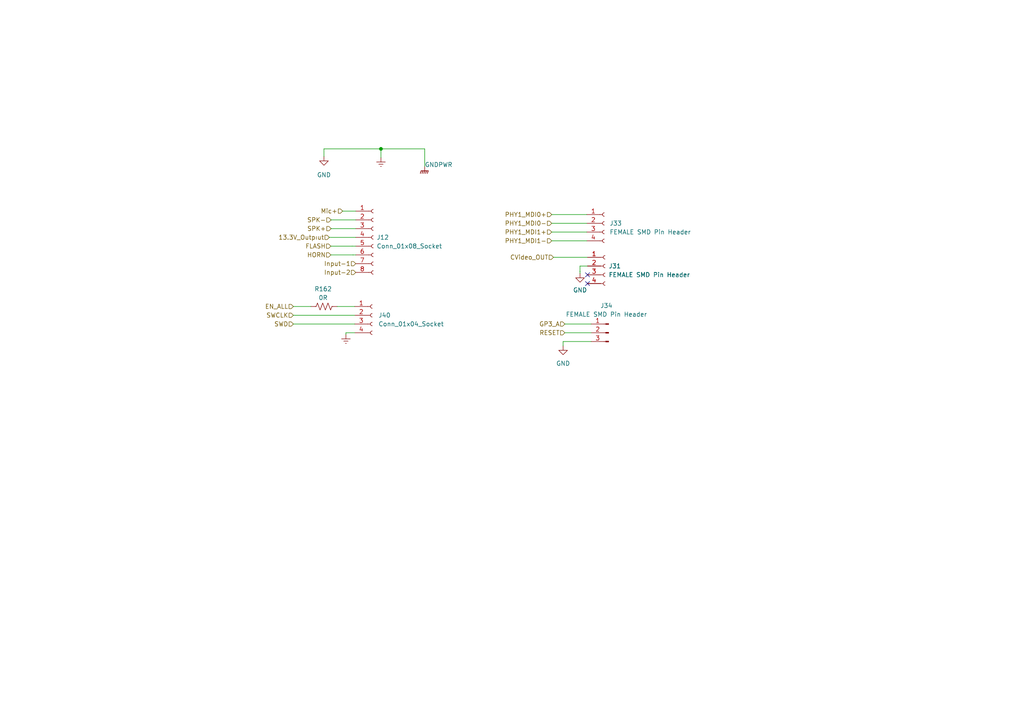
<source format=kicad_sch>
(kicad_sch (version 20230819) (generator eeschema)
  (paper "A4")
  (lib_symbols
    (symbol "Connector:Conn_01x03_Pin" (pin_names (offset 1.016) hide)
      (property "Reference" "J" (at 0 5.08 0))
      (property "Value" "Conn_01x03_Pin" (at 0 -5.08 0))
      (symbol "Conn_01x03_Pin_1_1"
        (polyline (pts (xy 1.27 -2.54) (xy 0.8636 -2.54)) (stroke (width 0.1524)))
        (polyline (pts (xy 1.27 0) (xy 0.8636 0)) (stroke (width 0.1524)))
        (polyline (pts (xy 1.27 2.54) (xy 0.8636 2.54)) (stroke (width 0.1524)))
        (rectangle (start 0.8636 -2.413) (end 0 -2.667) (stroke (width 0.1524)) (fill (type outline)))
        (rectangle (start 0.8636 0.127) (end 0 -0.127) (stroke (width 0.1524)) (fill (type outline)))
        (rectangle (start 0.8636 2.667) (end 0 2.413) (stroke (width 0.1524)) (fill (type outline)))
        (pin passive line (at 5.08 2.54 180) (length 3.81) (name "Pin_1") (number "1"))
        (pin passive line (at 5.08 0 180) (length 3.81) (name "Pin_2") (number "2"))
        (pin passive line (at 5.08 -2.54 180) (length 3.81) (name "Pin_3") (number "3"))
      )
    )
    (symbol "Connector:Conn_01x04_Socket" (pin_names (offset 1.016) hide)
      (property "Reference" "J" (at 0 5.08 0))
      (property "Value" "Conn_01x04_Socket" (at 0 -7.62 0))
      (symbol "Conn_01x04_Socket_1_1"
        (arc (start 0 -4.572) (mid -0.5058 -5.08) (end 0 -5.588) (stroke (width 0.1524)))
        (arc (start 0 -2.032) (mid -0.5058 -2.54) (end 0 -3.048) (stroke (width 0.1524)))
        (polyline (pts (xy -1.27 -5.08) (xy -0.508 -5.08)) (stroke (width 0.1524)))
        (polyline (pts (xy -1.27 -2.54) (xy -0.508 -2.54)) (stroke (width 0.1524)))
        (polyline (pts (xy -1.27 0) (xy -0.508 0)) (stroke (width 0.1524)))
        (polyline (pts (xy -1.27 2.54) (xy -0.508 2.54)) (stroke (width 0.1524)))
        (arc (start 0 0.508) (mid -0.5058 0) (end 0 -0.508) (stroke (width 0.1524)))
        (arc (start 0 3.048) (mid -0.5058 2.54) (end 0 2.032) (stroke (width 0.1524)))
        (pin passive line (at -5.08 2.54 0) (length 3.81) (name "Pin_1") (number "1"))
        (pin passive line (at -5.08 0 0) (length 3.81) (name "Pin_2") (number "2"))
        (pin passive line (at -5.08 -2.54 0) (length 3.81) (name "Pin_3") (number "3"))
        (pin passive line (at -5.08 -5.08 0) (length 3.81) (name "Pin_4") (number "4"))
      )
    )
    (symbol "Connector:Conn_01x08_Socket" (pin_names (offset 1.016) hide)
      (property "Reference" "J" (at 0 10.16 0))
      (property "Value" "Conn_01x08_Socket" (at 0 -12.7 0))
      (symbol "Conn_01x08_Socket_1_1"
        (arc (start 0 -9.652) (mid -0.5058 -10.16) (end 0 -10.668) (stroke (width 0.1524)))
        (arc (start 0 -7.112) (mid -0.5058 -7.62) (end 0 -8.128) (stroke (width 0.1524)))
        (arc (start 0 -4.572) (mid -0.5058 -5.08) (end 0 -5.588) (stroke (width 0.1524)))
        (arc (start 0 -2.032) (mid -0.5058 -2.54) (end 0 -3.048) (stroke (width 0.1524)))
        (polyline (pts (xy -1.27 -10.16) (xy -0.508 -10.16)) (stroke (width 0.1524)))
        (polyline (pts (xy -1.27 -7.62) (xy -0.508 -7.62)) (stroke (width 0.1524)))
        (polyline (pts (xy -1.27 -5.08) (xy -0.508 -5.08)) (stroke (width 0.1524)))
        (polyline (pts (xy -1.27 -2.54) (xy -0.508 -2.54)) (stroke (width 0.1524)))
        (polyline (pts (xy -1.27 0) (xy -0.508 0)) (stroke (width 0.1524)))
        (polyline (pts (xy -1.27 2.54) (xy -0.508 2.54)) (stroke (width 0.1524)))
        (polyline (pts (xy -1.27 5.08) (xy -0.508 5.08)) (stroke (width 0.1524)))
        (polyline (pts (xy -1.27 7.62) (xy -0.508 7.62)) (stroke (width 0.1524)))
        (arc (start 0 0.508) (mid -0.5058 0) (end 0 -0.508) (stroke (width 0.1524)))
        (arc (start 0 3.048) (mid -0.5058 2.54) (end 0 2.032) (stroke (width 0.1524)))
        (arc (start 0 5.588) (mid -0.5058 5.08) (end 0 4.572) (stroke (width 0.1524)))
        (arc (start 0 8.128) (mid -0.5058 7.62) (end 0 7.112) (stroke (width 0.1524)))
        (pin passive line (at -5.08 7.62 0) (length 3.81) (name "Pin_1") (number "1"))
        (pin passive line (at -5.08 5.08 0) (length 3.81) (name "Pin_2") (number "2"))
        (pin passive line (at -5.08 2.54 0) (length 3.81) (name "Pin_3") (number "3"))
        (pin passive line (at -5.08 0 0) (length 3.81) (name "Pin_4") (number "4"))
        (pin passive line (at -5.08 -2.54 0) (length 3.81) (name "Pin_5") (number "5"))
        (pin passive line (at -5.08 -5.08 0) (length 3.81) (name "Pin_6") (number "6"))
        (pin passive line (at -5.08 -7.62 0) (length 3.81) (name "Pin_7") (number "7"))
        (pin passive line (at -5.08 -10.16 0) (length 3.81) (name "Pin_8") (number "8"))
      )
    )
    (symbol "Device:R_US" (pin_numbers hide) (pin_names (offset 0))
      (property "Reference" "R" (at 2.54 0 90))
      (property "Value" "R_US" (at -2.54 0 90))
      (symbol "R_US_0_1"
        (polyline (pts (xy 0 -2.286) (xy 0 -2.54)))
        (polyline (pts (xy 0 2.286) (xy 0 2.54)))
        (polyline (pts (xy 0 -0.762) (xy 1.016 -1.143) (xy 0 -1.524) (xy -1.016 -1.905) (xy 0 -2.286)))
        (polyline (pts (xy 0 0.762) (xy 1.016 0.381) (xy 0 0) (xy -1.016 -0.381) (xy 0 -0.762)))
        (polyline (pts (xy 0 2.286) (xy 1.016 1.905) (xy 0 1.524) (xy -1.016 1.143) (xy 0 0.762)))
      )
      (symbol "R_US_1_1"
        (pin passive line (at 0 3.81 270) (length 1.27) (name "~") (number "1"))
        (pin passive line (at 0 -3.81 90) (length 1.27) (name "~") (number "2"))
      )
    )
    (symbol "power:Earth" (power) (pin_names (offset 0))
      (symbol "Earth_0_1"
        (polyline (pts (xy -0.635 -1.905) (xy 0.635 -1.905)))
        (polyline (pts (xy -0.127 -2.54) (xy 0.127 -2.54)))
        (polyline (pts (xy 0 -1.27) (xy 0 0)))
        (polyline (pts (xy 1.27 -1.27) (xy -1.27 -1.27)))
      )
      (symbol "Earth_1_1"
        (pin power_in line (at 0 0 270) (length 0) hide (name "Earth") (number "1"))
      )
    )
    (symbol "power:GND" (power) (pin_names (offset 0))
      (property "Value" "GND" (at 0 -3.81 0))
      (symbol "GND_0_1"
        (polyline (pts (xy 0 0) (xy 0 -1.27) (xy 1.27 -1.27) (xy 0 -2.54) (xy -1.27 -1.27) (xy 0 -1.27)))
      )
      (symbol "GND_1_1"
        (pin power_in line (at 0 0 270) (length 0) hide (name "GND") (number "1"))
      )
    )
    (symbol "power:GNDPWR" (power) (pin_names (offset 0))
      (property "Value" "GNDPWR" (at 0 -3.302 0))
      (symbol "GNDPWR_0_1"
        (polyline (pts (xy 0 -1.27) (xy 0 0)))
        (polyline (pts (xy -1.016 -1.27) (xy -1.27 -2.032) (xy -1.27 -2.032)) (stroke (width 0.2032)))
        (polyline (pts (xy -0.508 -1.27) (xy -0.762 -2.032) (xy -0.762 -2.032)) (stroke (width 0.2032)))
        (polyline (pts (xy 0 -1.27) (xy -0.254 -2.032) (xy -0.254 -2.032)) (stroke (width 0.2032)))
        (polyline (pts (xy 0.508 -1.27) (xy 0.254 -2.032) (xy 0.254 -2.032)) (stroke (width 0.2032)))
        (polyline (pts (xy 1.016 -1.27) (xy -1.016 -1.27) (xy -1.016 -1.27)) (stroke (width 0.2032)))
        (polyline (pts (xy 1.016 -1.27) (xy 0.762 -2.032) (xy 0.762 -2.032) (xy 0.762 -2.032)) (stroke (width 0.2032)))
      )
      (symbol "GNDPWR_1_1"
        (pin power_in line (at 0 0 270) (length 0) hide (name "GNDPWR") (number "1"))
      )
    )
  )
  (junction (at 110.49 43.18))
  (no_connect (at 170.4019 82.2478))
  (no_connect (at 170.4019 79.7078))
  (wire (pts (xy 123.19 43.18) (xy 110.49 43.18)))
  (wire (pts (xy 85.09 88.9) (xy 90.17 88.9)))
  (wire (pts (xy 168.2241 77.1678) (xy 168.2241 78.74)))
  (wire (pts (xy 160.02 67.31) (xy 170.18 67.31)))
  (wire (pts (xy 168.2241 78.74) (xy 168.2294 78.74)))
  (wire (pts (xy 103.1713 73.9364) (xy 102.3997 73.9364)))
  (wire (pts (xy 110.49 43.18) (xy 110.49 45.72)))
  (wire (pts (xy 160.02 69.85) (xy 170.18 69.85)))
  (wire (pts (xy 168.2294 78.74) (xy 168.2294 79.3113)))
  (wire (pts (xy 100.33 96.52) (xy 100.33 97.028)))
  (wire (pts (xy 96.0243 63.7919) (xy 96.0243 63.7764)))
  (wire (pts (xy 163.322 99.06) (xy 163.322 100.33)))
  (wire (pts (xy 85.09 93.98) (xy 102.87 93.98)))
  (wire (pts (xy 103.1713 71.3964) (xy 102.1457 71.3964)))
  (wire (pts (xy 102.1457 71.3964) (xy 102.1457 71.3954)))
  (wire (pts (xy 95.5081 68.854) (xy 95.5081 68.8564)))
  (wire (pts (xy 170.4019 77.1678) (xy 168.2241 77.1678)))
  (wire (pts (xy 123.19 48.26) (xy 123.19 43.18)))
  (wire (pts (xy 95.956 71.3954) (xy 102.1457 71.3954)))
  (wire (pts (xy 96.0423 66.3091) (xy 96.0423 66.3164)))
  (wire (pts (xy 110.49 43.18) (xy 93.9594 43.18)))
  (wire (pts (xy 102.87 96.52) (xy 100.33 96.52)))
  (wire (pts (xy 85.09 91.44) (xy 102.87 91.44)))
  (wire (pts (xy 163.83 93.98) (xy 171.45 93.98)))
  (wire (pts (xy 102.3997 73.9354) (xy 95.956 73.9354)))
  (wire (pts (xy 96.0243 63.7764) (xy 103.1713 63.7764)))
  (wire (pts (xy 93.9594 43.18) (xy 93.9594 45.3968)))
  (wire (pts (xy 97.79 88.9) (xy 102.87 88.9)))
  (wire (pts (xy 95.5081 68.8564) (xy 103.1713 68.8564)))
  (wire (pts (xy 99.3776 61.226) (xy 99.3776 61.2364)))
  (wire (pts (xy 160.02 62.23) (xy 170.18 62.23)))
  (wire (pts (xy 102.3997 73.9364) (xy 102.3997 73.9354)))
  (wire (pts (xy 171.45 99.06) (xy 163.322 99.06)))
  (wire (pts (xy 96.0423 66.3164) (xy 103.1713 66.3164)))
  (wire (pts (xy 163.83 96.52) (xy 171.45 96.52)))
  (wire (pts (xy 160.02 64.77) (xy 170.18 64.77)))
  (wire (pts (xy 170.4019 74.6278) (xy 160.5317 74.6278)))
  (wire (pts (xy 99.3776 61.2364) (xy 103.1713 61.2364)))
  (hierarchical_label "GP3_A" (shape input) (at 163.83 93.98 180))
  (hierarchical_label "PHY1_MDI1+" (shape input) (at 160.02 67.31 180))
  (hierarchical_label "RESET" (shape input) (at 163.83 96.52 180))
  (hierarchical_label "PHY1_MDI1-" (shape input) (at 160.02 69.85 180))
  (hierarchical_label "SPK+" (shape input) (at 96.0423 66.3091 180))
  (hierarchical_label "PHY1_MDI0-" (shape input) (at 160.02 64.77 180))
  (hierarchical_label "PHY1_MDI0+" (shape input) (at 160.02 62.23 180))
  (hierarchical_label "Mic+" (shape input) (at 99.3776 61.226 180))
  (hierarchical_label "Input-2" (shape input) (at 103.1713 79.0164 180))
  (hierarchical_label "SWCLK" (shape input) (at 85.09 91.44 180))
  (hierarchical_label "HORN" (shape input) (at 95.956 73.9354 180))
  (hierarchical_label "CVideo_OUT" (shape input) (at 160.5317 74.6278 180))
  (hierarchical_label "SWD" (shape input) (at 85.09 93.98 180))
  (hierarchical_label "EN_ALL" (shape input) (at 85.09 88.9 180))
  (hierarchical_label "Input-1" (shape input) (at 103.1713 76.4764 180))
  (hierarchical_label "FLASH" (shape input) (at 95.956 71.3954 180))
  (hierarchical_label "13.3V_Outpıut" (shape input) (at 95.5081 68.854 180))
  (hierarchical_label "SPK-" (shape input) (at 96.0243 63.7919 180))
  (symbol (lib_id "Device:R_US") (at 93.98 88.9 90) (unit 1)
    (property "Reference" "R162" (at 93.726 83.82 90))
    (property "Value" "0R" (at 93.726 86.36 90))
    (property "Footprint" "Resistor_SMD:R_0603_1608Metric" (effects hide))
    (property "Description" "Resistor, US symbol" (effects hide))
    (instances (project "RP2040_minimal" (path "" (reference "R162") (unit 1)) (path "" (reference "R177") (unit 1))))
  )
  (symbol (lib_id "Connector:Conn_01x04_Socket") (at 175.26 64.77 0) (unit 1)
    (property "Reference" "J33" (at 176.784 64.7699 0) (effects (justify left)))
    (property "Value" "FEMALE SMD Pin Header" (at 176.784 67.3099 0) (effects (justify left)))
    (property "Footprint" "Connector_PinSocket_2.54mm:PinSocket_2x02_P2.54mm_Vertical_SMD" (effects hide))
    (property "Description" "Generic connector, single row, 01x04, script generated" (effects hide))
  )
  (symbol (lib_id "Connector:Conn_01x04_Socket") (at 175.4819 77.1678 0) (unit 1)
    (property "Reference" "J31" (at 176.53 77.1677 0) (effects (justify left)))
    (property "Value" "FEMALE SMD Pin Header" (at 176.53 79.7077 0) (effects (justify left)))
    (property "Footprint" "Connector_PinSocket_2.54mm:PinSocket_2x02_P2.54mm_Vertical" (effects hide))
    (property "Description" "Generic connector, single row, 01x04, script generated" (effects hide))
  )
  (symbol (lib_id "power:GND") (at 93.9594 45.3968 0) (mirror y) (unit 1)
    (property "Reference" "#PWR0146" (effects hide))
    (property "Value" "GND" (at 93.9594 50.7308 0))
    (property "Description" "Power symbol creates a global label with name \"GND\" , ground" (effects hide))
  )
  (symbol (lib_id "Connector:Conn_01x08_Socket") (at 108.2513 68.8564 0) (unit 1)
    (property "Reference" "J12" (at 109.22 68.8563 0) (effects (justify left)))
    (property "Value" "Conn_01x08_Socket" (at 109.22 71.3963 0) (effects (justify left)))
    (property "Footprint" "KF2EDGH:KF2EDGH-3.81_8P" (effects hide))
    (property "Description" "Generic connector, single row, 01x08, script generated" (effects hide))
  )
  (symbol (lib_id "power:GND") (at 168.2294 79.3113 0) (unit 1)
    (property "Reference" "#PWR0228" (effects hide))
    (property "Value" "GND" (at 168.2294 84.1387 0))
    (property "Description" "Power symbol creates a global label with name \"GND\" , ground" (effects hide))
  )
  (symbol (lib_id "power:GND") (at 163.322 100.33 0) (unit 1)
    (property "Reference" "#PWR0226" (effects hide))
    (property "Value" "GND" (at 163.322 105.41 0))
    (property "Description" "Power symbol creates a global label with name \"GND\" , ground" (effects hide))
  )
  (symbol (lib_id "power:GNDPWR") (at 123.19 48.26 0) (unit 1)
    (property "Reference" "#PWR027" (effects hide))
    (property "Value" "GNDPWR" (at 123.19 47.7688 0) (effects (justify left)))
    (instances (project "RP2040_minimal" (path "" (reference "#PWR027") (unit 1)) (path "" (reference "#PWR0233") (unit 1))))
  )
  (symbol (lib_id "Connector:Conn_01x03_Pin") (at 176.53 96.52 0) (mirror y) (unit 1)
    (property "Reference" "J34" (at 175.895 88.646 0))
    (property "Value" "FEMALE SMD Pin Header" (at 175.895 91.186 0))
    (property "Footprint" "Connector_PinSocket_2.54mm:PinSocket_1x03_P2.54mm_Vertical_SMD_Pin1Left" (effects hide))
    (property "Description" "Generic connector, single row, 01x03, script generated" (effects hide))
  )
  (symbol (lib_id "power:Earth") (at 110.49 45.72 0) (unit 1)
    (property "Reference" "#PWR0162" (effects hide))
    (property "Value" "Earth" (effects hide))
    (property "Description" "Power symbol creates a global label with name \"Earth\"" (effects hide))
  )
  (symbol (lib_id "Connector:Conn_01x04_Socket") (at 107.95 91.44 0) (unit 1)
    (property "Reference" "J40" (at 109.728 91.4399 0) (effects (justify left)))
    (property "Value" "Conn_01x04_Socket" (at 109.728 93.9799 0) (effects (justify left)))
    (property "Footprint" "Connector_PinSocket_2.00mm:PinSocket_1x04_P2.00mm_Vertical" (effects hide))
    (property "Description" "Generic connector, single row, 01x04, script generated" (effects hide))
  )
  (symbol (lib_id "power:Earth") (at 100.33 97.028 0) (unit 1)
    (property "Reference" "#PWR0234" (effects hide))
    (property "Value" "Earth" (effects hide))
    (property "Description" "Power symbol creates a global label with name \"Earth\"" (effects hide))
  )
)
</source>
